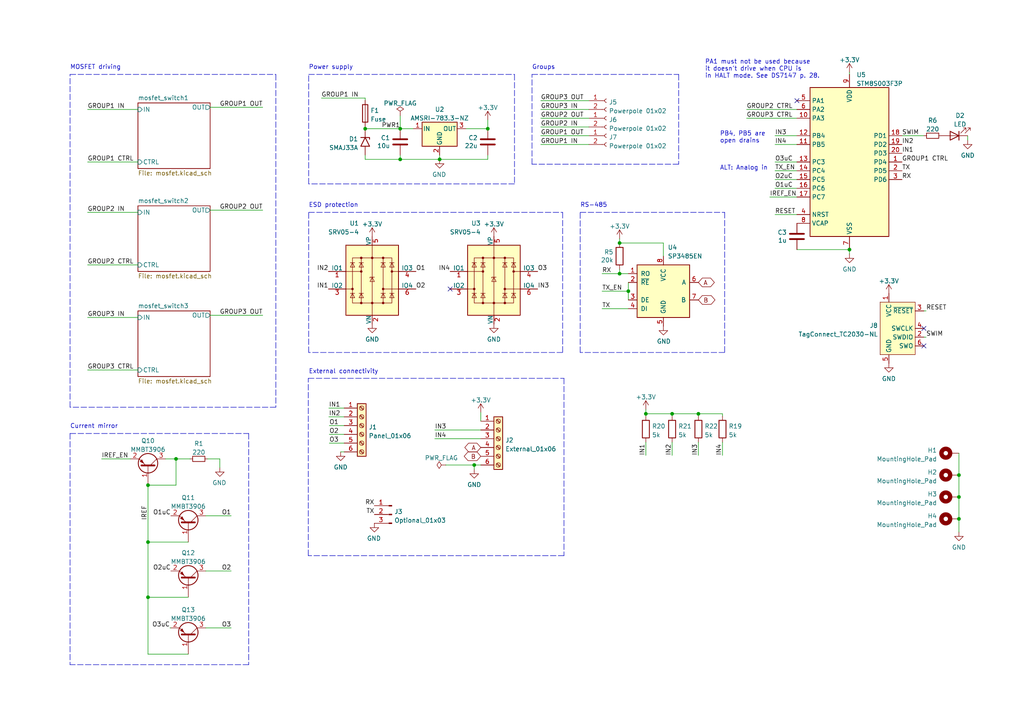
<source format=kicad_sch>
(kicad_sch (version 20211123) (generator eeschema)
  (paper "A4")
  (title_block (title "Virtaboksi") (date "2023-10-12") (rev "0.5"))
  (lib_symbols
    (symbol "Connector:Conn_01x02_Female" (pin_names (offset 1.016) hide)
      (property "Reference" "J" (at 0 2.54 0))
      (property "Value" "Conn_01x02_Female" (at 0 -5.08 0))
      (symbol "Conn_01x02_Female_1_1"
        (arc (start 0 -2.032) (mid -0.508 -2.54) (end 0 -3.048) (stroke (width 0.1524)))
        (polyline (pts (xy -1.27 -2.54) (xy -0.508 -2.54)) (stroke (width 0.1524)))
        (polyline (pts (xy -1.27 0) (xy -0.508 0)) (stroke (width 0.1524)))
        (arc (start 0 0.508) (mid -0.508 0) (end 0 -0.508) (stroke (width 0.1524)))
        (pin passive line (at -5.08 0 0) (length 3.81) (name "Pin_1") (number "1"))
        (pin passive line (at -5.08 -2.54 0) (length 3.81) (name "Pin_2") (number "2"))
      )
    )
    (symbol "Connector:Conn_01x03_Male" (pin_names (offset 1.016) hide)
      (property "Reference" "J" (at 0 5.08 0))
      (property "Value" "Conn_01x03_Male" (at 0 -5.08 0))
      (symbol "Conn_01x03_Male_1_1"
        (polyline (pts (xy 1.27 -2.54) (xy 0.8636 -2.54)) (stroke (width 0.1524)))
        (polyline (pts (xy 1.27 0) (xy 0.8636 0)) (stroke (width 0.1524)))
        (polyline (pts (xy 1.27 2.54) (xy 0.8636 2.54)) (stroke (width 0.1524)))
        (rectangle (start 0.8636 -2.413) (end 0 -2.667) (stroke (width 0.1524)) (fill (type outline)))
        (rectangle (start 0.8636 0.127) (end 0 -0.127) (stroke (width 0.1524)) (fill (type outline)))
        (rectangle (start 0.8636 2.667) (end 0 2.413) (stroke (width 0.1524)) (fill (type outline)))
        (pin passive line (at 5.08 2.54 180) (length 3.81) (name "Pin_1") (number "1"))
        (pin passive line (at 5.08 0 180) (length 3.81) (name "Pin_2") (number "2"))
        (pin passive line (at 5.08 -2.54 180) (length 3.81) (name "Pin_3") (number "3"))
      )
    )
    (symbol "Connector:Conn_ARM_SWD_TagConnect_TC2030-NL" (in_bom no)
      (property "Reference" "J7" (at -5.715 0.8347 0))
      (property "Value" "TagConnect_TC2030-NL" (at -5.715 -1.7022 0))
      (symbol "Conn_ARM_SWD_TagConnect_TC2030-NL_0_0"
        (pin power_in line (at -2.54 10.16 270) (length 2.54) (name "VCC") (number "1"))
        (pin bidirectional line (at 7.62 -2.54 180) (length 2.54) (name "SWDIO") (number "2"))
        (pin output line (at 7.62 5.08 180) (length 2.54) (name "~{RESET}") (number "3"))
        (pin output line (at 7.62 0 180) (length 2.54) (name "SWCLK") (number "4"))
        (pin power_in line (at -2.54 -10.16 90) (length 2.54) (name "GND") (number "5"))
        (pin input line (at 7.62 -5.08 180) (length 2.54) (name "SWO") (number "6"))
      )
      (symbol "Conn_ARM_SWD_TagConnect_TC2030-NL_0_1"
        (rectangle (start -5.08 7.62) (end 5.08 -7.62) (fill (type background)))
      )
    )
    (symbol "Connector:Screw_Terminal_01x06" (pin_names (offset 1.016) hide)
      (property "Reference" "J" (at 0 7.62 0))
      (property "Value" "Screw_Terminal_01x06" (at 0 -10.16 0))
      (symbol "Screw_Terminal_01x06_1_1"
        (rectangle (start -1.27 6.35) (end 1.27 -8.89) (stroke (width 0.254)) (fill (type background)))
        (circle (center 0 -7.62) (radius 0.635) (stroke (width 0.1524)))
        (circle (center 0 -5.08) (radius 0.635) (stroke (width 0.1524)))
        (circle (center 0 -2.54) (radius 0.635) (stroke (width 0.1524)))
        (polyline (pts (xy -0.5334 -7.2898) (xy 0.3302 -8.128)) (stroke (width 0.1524)))
        (polyline (pts (xy -0.5334 -4.7498) (xy 0.3302 -5.588)) (stroke (width 0.1524)))
        (polyline (pts (xy -0.5334 -2.2098) (xy 0.3302 -3.048)) (stroke (width 0.1524)))
        (polyline (pts (xy -0.5334 0.3302) (xy 0.3302 -0.508)) (stroke (width 0.1524)))
        (polyline (pts (xy -0.5334 2.8702) (xy 0.3302 2.032)) (stroke (width 0.1524)))
        (polyline (pts (xy -0.5334 5.4102) (xy 0.3302 4.572)) (stroke (width 0.1524)))
        (polyline (pts (xy -0.3556 -7.112) (xy 0.508 -7.9502)) (stroke (width 0.1524)))
        (polyline (pts (xy -0.3556 -4.572) (xy 0.508 -5.4102)) (stroke (width 0.1524)))
        (polyline (pts (xy -0.3556 -2.032) (xy 0.508 -2.8702)) (stroke (width 0.1524)))
        (polyline (pts (xy -0.3556 0.508) (xy 0.508 -0.3302)) (stroke (width 0.1524)))
        (polyline (pts (xy -0.3556 3.048) (xy 0.508 2.2098)) (stroke (width 0.1524)))
        (polyline (pts (xy -0.3556 5.588) (xy 0.508 4.7498)) (stroke (width 0.1524)))
        (circle (center 0 0) (radius 0.635) (stroke (width 0.1524)))
        (circle (center 0 2.54) (radius 0.635) (stroke (width 0.1524)))
        (circle (center 0 5.08) (radius 0.635) (stroke (width 0.1524)))
        (pin passive line (at -5.08 5.08 0) (length 3.81) (name "Pin_1") (number "1"))
        (pin passive line (at -5.08 2.54 0) (length 3.81) (name "Pin_2") (number "2"))
        (pin passive line (at -5.08 0 0) (length 3.81) (name "Pin_3") (number "3"))
        (pin passive line (at -5.08 -2.54 0) (length 3.81) (name "Pin_4") (number "4"))
        (pin passive line (at -5.08 -5.08 0) (length 3.81) (name "Pin_5") (number "5"))
        (pin passive line (at -5.08 -7.62 0) (length 3.81) (name "Pin_6") (number "6"))
      )
    )
    (symbol "Device:C" (pin_numbers hide) (pin_names (offset 0.254))
      (property "Reference" "C" (at 0.635 2.54 0))
      (property "Value" "C" (at 0.635 -2.54 0))
      (symbol "C_0_1"
        (polyline (pts (xy -2.032 -0.762) (xy 2.032 -0.762)) (stroke (width 0.508)))
        (polyline (pts (xy -2.032 0.762) (xy 2.032 0.762)) (stroke (width 0.508)))
      )
      (symbol "C_1_1"
        (pin passive line (at 0 3.81 270) (length 2.794) (name "~") (number "1"))
        (pin passive line (at 0 -3.81 90) (length 2.794) (name "~") (number "2"))
      )
    )
    (symbol "Device:Fuse" (pin_numbers hide) (pin_names (offset 0))
      (property "Reference" "F" (at 2.032 0 90))
      (property "Value" "Fuse" (at -1.905 0 90))
      (symbol "Fuse_0_1"
        (rectangle (start -0.762 -2.54) (end 0.762 2.54) (stroke (width 0.254)))
        (polyline (pts (xy 0 2.54) (xy 0 -2.54)))
      )
      (symbol "Fuse_1_1"
        (pin passive line (at 0 3.81 270) (length 1.27) (name "~") (number "1"))
        (pin passive line (at 0 -3.81 90) (length 1.27) (name "~") (number "2"))
      )
    )
    (symbol "Device:LED" (pin_numbers hide) (pin_names (offset 1.016) hide)
      (property "Reference" "D" (at 0 2.54 0))
      (property "Value" "LED" (at 0 -2.54 0))
      (symbol "LED_0_1"
        (polyline (pts (xy -1.27 -1.27) (xy -1.27 1.27)) (stroke (width 0.254)))
        (polyline (pts (xy -1.27 0) (xy 1.27 0)))
        (polyline (pts (xy 1.27 -1.27) (xy 1.27 1.27) (xy -1.27 0) (xy 1.27 -1.27)) (stroke (width 0.254)))
        (polyline (pts (xy -3.048 -0.762) (xy -4.572 -2.286) (xy -3.81 -2.286) (xy -4.572 -2.286) (xy -4.572 -1.524)))
        (polyline (pts (xy -1.778 -0.762) (xy -3.302 -2.286) (xy -2.54 -2.286) (xy -3.302 -2.286) (xy -3.302 -1.524)))
      )
      (symbol "LED_1_1"
        (pin passive line (at -3.81 0 0) (length 2.54) (name "K") (number "1"))
        (pin passive line (at 3.81 0 180) (length 2.54) (name "A") (number "2"))
      )
    )
    (symbol "Device:R" (pin_numbers hide) (pin_names (offset 0))
      (property "Reference" "R" (at 2.032 0 90))
      (property "Value" "R" (at 0 0 90))
      (symbol "R_0_1"
        (rectangle (start -1.016 -2.54) (end 1.016 2.54) (stroke (width 0.254)))
      )
      (symbol "R_1_1"
        (pin passive line (at 0 3.81 270) (length 1.27) (name "~") (number "1"))
        (pin passive line (at 0 -3.81 90) (length 1.27) (name "~") (number "2"))
      )
    )
    (symbol "Device:R_Small" (pin_numbers hide) (pin_names (offset 0.254) hide)
      (property "Reference" "R" (at 0.762 0.508 0))
      (property "Value" "R_Small" (at 0.762 -1.016 0))
      (symbol "R_Small_0_1"
        (rectangle (start -0.762 1.778) (end 0.762 -1.778) (stroke (width 0.2032)))
      )
      (symbol "R_Small_1_1"
        (pin passive line (at 0 2.54 270) (length 0.762) (name "~") (number "1"))
        (pin passive line (at 0 -2.54 90) (length 0.762) (name "~") (number "2"))
      )
    )
    (symbol "Diode:SMF30A" (pin_numbers hide) (pin_names (offset 1.016) hide)
      (property "Reference" "D" (at 0 2.54 0))
      (property "Value" "SMF30A" (at 0 -2.54 0))
      (symbol "SMF30A_0_1"
        (polyline (pts (xy -0.762 1.27) (xy -1.27 1.27) (xy -1.27 -1.27)) (stroke (width 0.254)))
        (polyline (pts (xy 1.27 1.27) (xy 1.27 -1.27) (xy -1.27 0) (xy 1.27 1.27)) (stroke (width 0.254)))
      )
      (symbol "SMF30A_1_1"
        (pin passive line (at -3.81 0 0) (length 2.54) (name "A1") (number "1"))
        (pin passive line (at 3.81 0 180) (length 2.54) (name "A2") (number "2"))
      )
    )
    (symbol "Interface_UART:SP3485EN" (pin_names (offset 1.016))
      (property "Reference" "U" (at -7.62 8.89 0))
      (property "Value" "SP3485EN" (at 2.54 8.89 0))
      (symbol "SP3485EN_0_1"
        (rectangle (start -7.62 7.62) (end 7.62 -7.62) (stroke (width 0.254)) (fill (type background)))
      )
      (symbol "SP3485EN_1_1"
        (pin output line (at -10.16 5.08 0) (length 2.54) (name "RO") (number "1"))
        (pin input line (at -10.16 2.54 0) (length 2.54) (name "~{RE}") (number "2"))
        (pin input line (at -10.16 -2.54 0) (length 2.54) (name "DE") (number "3"))
        (pin input line (at -10.16 -5.08 0) (length 2.54) (name "DI") (number "4"))
        (pin power_in line (at 0 -10.16 90) (length 2.54) (name "GND") (number "5"))
        (pin bidirectional line (at 10.16 2.54 180) (length 2.54) (name "A") (number "6"))
        (pin bidirectional line (at 10.16 -2.54 180) (length 2.54) (name "B") (number "7"))
        (pin power_in line (at 0 10.16 270) (length 2.54) (name "VCC") (number "8"))
      )
    )
    (symbol "MCU_ST_STM8:STM8S003F3P"
      (property "Reference" "U" (at 1.27 25.4 0))
      (property "Value" "STM8S003F3P" (at 1.27 22.86 0))
      (symbol "STM8S003F3P_0_1"
        (rectangle (start -11.43 21.59) (end 11.43 -21.59) (stroke (width 0.254)) (fill (type background)))
      )
      (symbol "STM8S003F3P_1_1"
        (pin bidirectional line (at 15.24 0 180) (length 3.81) (name "PD4") (number "1"))
        (pin bidirectional line (at -15.24 12.7 0) (length 3.81) (name "PA3") (number "10"))
        (pin bidirectional line (at -15.24 5.08 0) (length 3.81) (name "PB5") (number "11"))
        (pin bidirectional line (at -15.24 7.62 0) (length 3.81) (name "PB4") (number "12"))
        (pin bidirectional line (at -15.24 0 0) (length 3.81) (name "PC3") (number "13"))
        (pin bidirectional line (at -15.24 -2.54 0) (length 3.81) (name "PC4") (number "14"))
        (pin bidirectional line (at -15.24 -5.08 0) (length 3.81) (name "PC5") (number "15"))
        (pin bidirectional line (at -15.24 -7.62 0) (length 3.81) (name "PC6") (number "16"))
        (pin bidirectional line (at -15.24 -10.16 0) (length 3.81) (name "PC7") (number "17"))
        (pin bidirectional line (at 15.24 7.62 180) (length 3.81) (name "PD1") (number "18"))
        (pin bidirectional line (at 15.24 5.08 180) (length 3.81) (name "PD2") (number "19"))
        (pin bidirectional line (at 15.24 -2.54 180) (length 3.81) (name "PD5") (number "2"))
        (pin bidirectional line (at 15.24 2.54 180) (length 3.81) (name "PD3") (number "20"))
        (pin bidirectional line (at 15.24 -5.08 180) (length 3.81) (name "PD6") (number "3"))
        (pin input line (at -15.24 -15.24 0) (length 3.81) (name "NRST") (number "4"))
        (pin bidirectional line (at -15.24 17.78 0) (length 3.81) (name "PA1") (number "5"))
        (pin bidirectional line (at -15.24 15.24 0) (length 3.81) (name "PA2") (number "6"))
        (pin power_in line (at 0 -25.4 90) (length 3.81) (name "VSS") (number "7"))
        (pin passive line (at -15.24 -17.78 0) (length 3.81) (name "VCAP") (number "8"))
        (pin power_in line (at 0 25.4 270) (length 3.81) (name "VDD") (number "9"))
      )
    )
    (symbol "Mechanical:MountingHole_Pad" (pin_numbers hide) (pin_names (offset 1.016) hide)
      (property "Reference" "H" (at 0 6.35 0))
      (property "Value" "MountingHole_Pad" (at 0 4.445 0))
      (symbol "MountingHole_Pad_0_1"
        (circle (center 0 1.27) (radius 1.27) (stroke (width 1.27)))
      )
      (symbol "MountingHole_Pad_1_1"
        (pin input line (at 0 -2.54 90) (length 2.54) (name "1") (number "1"))
      )
    )
    (symbol "Power_Protection:SRV05-4" (pin_names (offset 0))
      (property "Reference" "U" (at -5.08 11.43 0))
      (property "Value" "SRV05-4" (at 2.54 11.43 0))
      (symbol "SRV05-4_0_0"
        (rectangle (start -5.715 6.477) (end 5.715 -6.604))
        (polyline (pts (xy -3.175 -6.604) (xy -3.175 6.477)))
        (polyline (pts (xy 3.175 6.477) (xy 3.175 -6.604)))
      )
      (symbol "SRV05-4_0_1"
        (rectangle (start -7.62 10.16) (end 7.62 -10.16) (stroke (width 0.254)) (fill (type background)))
        (circle (center -5.715 -2.54) (radius 0.2794) (fill (type outline)))
        (circle (center -3.175 -6.604) (radius 0.2794) (fill (type outline)))
        (circle (center -3.175 2.54) (radius 0.2794) (fill (type outline)))
        (circle (center -3.175 6.477) (radius 0.2794) (fill (type outline)))
        (circle (center 0 -6.604) (radius 0.2794) (fill (type outline)))
        (polyline (pts (xy -7.747 2.54) (xy -3.175 2.54)))
        (polyline (pts (xy -7.62 -2.54) (xy -5.715 -2.54)))
        (polyline (pts (xy -5.08 -3.81) (xy -6.35 -3.81)))
        (polyline (pts (xy -5.08 5.08) (xy -6.35 5.08)))
        (polyline (pts (xy -2.54 -3.81) (xy -3.81 -3.81)))
        (polyline (pts (xy -2.54 5.08) (xy -3.81 5.08)))
        (polyline (pts (xy 0 10.16) (xy 0 -10.16)))
        (polyline (pts (xy 3.81 -3.81) (xy 2.54 -3.81)))
        (polyline (pts (xy 3.81 5.08) (xy 2.54 5.08)))
        (polyline (pts (xy 6.35 -3.81) (xy 5.08 -3.81)))
        (polyline (pts (xy 6.35 5.08) (xy 5.08 5.08)))
        (polyline (pts (xy 7.62 -2.54) (xy 3.175 -2.54)))
        (polyline (pts (xy 7.62 2.54) (xy 5.715 2.54)))
        (polyline (pts (xy 0.635 0.889) (xy -0.635 0.889) (xy -0.635 0.635)))
        (polyline (pts (xy -5.08 -5.08) (xy -6.35 -5.08) (xy -5.715 -3.81) (xy -5.08 -5.08)))
        (polyline (pts (xy -5.08 3.81) (xy -6.35 3.81) (xy -5.715 5.08) (xy -5.08 3.81)))
        (polyline (pts (xy -2.54 -5.08) (xy -3.81 -5.08) (xy -3.175 -3.81) (xy -2.54 -5.08)))
        (polyline (pts (xy -2.54 3.81) (xy -3.81 3.81) (xy -3.175 5.08) (xy -2.54 3.81)))
        (polyline (pts (xy 0.635 -0.381) (xy -0.635 -0.381) (xy 0 0.889) (xy 0.635 -0.381)))
        (polyline (pts (xy 3.81 -5.08) (xy 2.54 -5.08) (xy 3.175 -3.81) (xy 3.81 -5.08)))
        (polyline (pts (xy 3.81 3.81) (xy 2.54 3.81) (xy 3.175 5.08) (xy 3.81 3.81)))
        (polyline (pts (xy 6.35 -5.08) (xy 5.08 -5.08) (xy 5.715 -3.81) (xy 6.35 -5.08)))
        (polyline (pts (xy 6.35 3.81) (xy 5.08 3.81) (xy 5.715 5.08) (xy 6.35 3.81)))
        (circle (center 0 6.477) (radius 0.2794) (fill (type outline)))
        (circle (center 3.175 -6.604) (radius 0.2794) (fill (type outline)))
        (circle (center 3.175 -2.54) (radius 0.2794) (fill (type outline)))
        (circle (center 3.175 6.477) (radius 0.2794) (fill (type outline)))
        (circle (center 5.715 2.54) (radius 0.2794) (fill (type outline)))
      )
      (symbol "SRV05-4_1_1"
        (pin passive line (at -12.7 2.54 0) (length 5.08) (name "IO1") (number "1"))
        (pin passive line (at 0 -12.7 90) (length 2.54) (name "VN") (number "2"))
        (pin passive line (at -12.7 -2.54 0) (length 5.08) (name "IO2") (number "3"))
        (pin passive line (at 12.7 2.54 180) (length 5.08) (name "IO3") (number "4"))
        (pin passive line (at 0 12.7 270) (length 2.54) (name "VP") (number "5"))
        (pin passive line (at 12.7 -2.54 180) (length 5.08) (name "IO4") (number "6"))
      )
    )
    (symbol "Regulator_Switching:R-78E3.3-0.5" (pin_names (offset 0.254))
      (property "Reference" "U" (at -3.81 3.175 0))
      (property "Value" "R-78E3.3-0.5" (at 0 3.175 0))
      (symbol "R-78E3.3-0.5_0_1"
        (rectangle (start -5.08 1.905) (end 5.08 -5.08) (stroke (width 0.254)) (fill (type background)))
      )
      (symbol "R-78E3.3-0.5_1_1"
        (pin power_in line (at -7.62 0 0) (length 2.54) (name "IN") (number "1"))
        (pin power_in line (at 0 -7.62 90) (length 2.54) (name "GND") (number "2"))
        (pin power_out line (at 7.62 0 180) (length 2.54) (name "OUT") (number "3"))
      )
    )
    (symbol "Transistor_BJT:MMBT3906" (pin_names (offset 0) hide)
      (property "Reference" "Q" (at 5.08 1.905 0))
      (property "Value" "MMBT3906" (at 5.08 0 0))
      (symbol "MMBT3906_0_1"
        (polyline (pts (xy 0.635 0.635) (xy 2.54 2.54)))
        (polyline (pts (xy 0.635 -0.635) (xy 2.54 -2.54) (xy 2.54 -2.54)))
        (polyline (pts (xy 0.635 1.905) (xy 0.635 -1.905) (xy 0.635 -1.905)) (stroke (width 0.508)))
        (polyline (pts (xy 2.286 -1.778) (xy 1.778 -2.286) (xy 1.27 -1.27) (xy 2.286 -1.778) (xy 2.286 -1.778)) (fill (type outline)))
        (circle (center 1.27 0) (radius 2.8194) (stroke (width 0.254)))
      )
      (symbol "MMBT3906_1_1"
        (pin input line (at -5.08 0 0) (length 5.715) (name "B") (number "1"))
        (pin passive line (at 2.54 -5.08 90) (length 2.54) (name "E") (number "2"))
        (pin passive line (at 2.54 5.08 270) (length 2.54) (name "C") (number "3"))
      )
    )
    (symbol "power:+3.3V" (power) (pin_names (offset 0))
      (property "Value" "+3.3V" (at 0 3.556 0))
      (symbol "+3.3V_0_1"
        (polyline (pts (xy -0.762 1.27) (xy 0 2.54)))
        (polyline (pts (xy 0 0) (xy 0 2.54)))
        (polyline (pts (xy 0 2.54) (xy 0.762 1.27)))
      )
      (symbol "+3.3V_1_1"
        (pin power_in line (at 0 0 90) (length 0) hide (name "+3.3V") (number "1"))
      )
    )
    (symbol "power:GND" (power) (pin_names (offset 0))
      (property "Value" "GND" (at 0 -3.81 0))
      (symbol "GND_0_1"
        (polyline (pts (xy 0 0) (xy 0 -1.27) (xy 1.27 -1.27) (xy 0 -2.54) (xy -1.27 -1.27) (xy 0 -1.27)))
      )
      (symbol "GND_1_1"
        (pin power_in line (at 0 0 270) (length 0) hide (name "GND") (number "1"))
      )
    )
    (symbol "power:PWR_FLAG" (power) (pin_numbers hide) (pin_names (offset 0) hide)
      (property "Value" "PWR_FLAG" (at 0 3.81 0))
      (symbol "PWR_FLAG_0_0"
        (pin power_out line (at 0 0 90) (length 0) (name "pwr") (number "1"))
      )
      (symbol "PWR_FLAG_0_1"
        (polyline (pts (xy 0 0) (xy 0 1.27) (xy -1.016 1.905) (xy 0 2.54) (xy 1.016 1.905) (xy 0 1.27)))
      )
    )
  )
  (junction (at 182.245 84.455))
  (junction (at 179.705 70.485))
  (junction (at 246.38 72.39))
  (junction (at 179.705 79.375))
  (junction (at 194.945 120.015))
  (junction (at 116.078 46.228))
  (junction (at 42.926 157.226))
  (junction (at 51.054 133.096))
  (junction (at 278.13 150.495))
  (junction (at 105.918 37.338))
  (junction (at 42.926 173.228))
  (junction (at 202.565 120.015))
  (junction (at 278.13 144.145))
  (junction (at 187.325 120.015))
  (junction (at 141.478 37.338))
  (junction (at 42.926 140.716))
  (junction (at 137.541 134.874))
  (junction (at 127.508 46.228))
  (junction (at 278.13 137.795))
  (junction (at 116.078 37.338))
  (no_connect (at 231.14 29.21))
  (no_connect (at 130.556 83.82))
  (no_connect (at 267.97 95.25))
  (no_connect (at 267.97 100.33))
  (wire (pts (xy 156.845 39.37) (xy 170.815 39.37)))
  (wire (pts (xy 105.918 44.958) (xy 105.918 46.228)))
  (wire (pts (xy 60.96 60.96) (xy 76.2 60.96)))
  (wire (pts (xy 179.705 69.215) (xy 179.705 70.485)))
  (wire (pts (xy 116.078 46.228) (xy 127.508 46.228)))
  (wire (pts (xy 25.4 61.595) (xy 40.005 61.595)))
  (wire (pts (xy 267.97 39.37) (xy 261.62 39.37)))
  (polyline (pts (xy 80.01 21.59) (xy 80.01 118.11)))
  (polyline (pts (xy 89.408 161.163) (xy 89.408 109.728)))
  (wire (pts (xy 224.79 49.53) (xy 231.14 49.53)))
  (wire (pts (xy 54.61 157.226) (xy 42.926 157.226)))
  (wire (pts (xy 187.325 118.745) (xy 187.325 120.015)))
  (polyline (pts (xy 149.225 21.59) (xy 149.225 53.34)))
  (wire (pts (xy 98.806 131.064) (xy 99.822 131.064)))
  (wire (pts (xy 156.845 29.21) (xy 170.815 29.21)))
  (polyline (pts (xy 210.185 61.595) (xy 210.185 102.235)))
  (wire (pts (xy 187.325 120.015) (xy 187.325 120.65)))
  (wire (pts (xy 223.266 57.15) (xy 231.14 57.15)))
  (wire (pts (xy 137.541 134.874) (xy 139.446 134.874)))
  (wire (pts (xy 63.754 133.096) (xy 60.198 133.096)))
  (wire (pts (xy 156.845 31.75) (xy 170.815 31.75)))
  (wire (pts (xy 194.945 120.015) (xy 194.945 120.65)))
  (wire (pts (xy 156.845 34.29) (xy 170.815 34.29)))
  (wire (pts (xy 156.845 41.91) (xy 170.815 41.91)))
  (wire (pts (xy 95.377 118.364) (xy 99.822 118.364)))
  (wire (pts (xy 25.4 92.075) (xy 40.005 92.075)))
  (wire (pts (xy 187.325 132.08) (xy 187.325 128.27)))
  (wire (pts (xy 63.754 135.636) (xy 63.754 133.096)))
  (wire (pts (xy 105.918 36.703) (xy 105.918 37.338)))
  (wire (pts (xy 51.054 140.716) (xy 51.054 133.096)))
  (wire (pts (xy 127.508 46.228) (xy 141.478 46.228)))
  (wire (pts (xy 182.245 84.455) (xy 182.245 81.915)))
  (polyline (pts (xy 168.275 102.235) (xy 168.275 61.595)))
  (wire (pts (xy 49.53 182.118) (xy 49.276 182.118)))
  (wire (pts (xy 60.96 91.44) (xy 76.2 91.44)))
  (polyline (pts (xy 196.85 47.625) (xy 154.305 47.625)))
  (wire (pts (xy 25.4 107.315) (xy 40.005 107.315)))
  (wire (pts (xy 129.286 134.874) (xy 137.541 134.874)))
  (wire (pts (xy 42.926 140.716) (xy 42.926 157.226)))
  (polyline (pts (xy 163.576 109.728) (xy 163.576 161.163)))
  (wire (pts (xy 278.13 131.445) (xy 278.13 137.795)))
  (wire (pts (xy 179.705 78.105) (xy 179.705 79.375)))
  (wire (pts (xy 268.605 97.79) (xy 267.97 97.79)))
  (polyline (pts (xy 163.195 102.235) (xy 89.535 102.235)))
  (wire (pts (xy 182.245 84.455) (xy 182.245 86.995)))
  (polyline (pts (xy 196.85 21.59) (xy 196.85 47.625)))
  (wire (pts (xy 224.79 62.23) (xy 231.14 62.23)))
  (wire (pts (xy 48.006 133.096) (xy 51.054 133.096)))
  (wire (pts (xy 141.478 34.798) (xy 141.478 37.338)))
  (wire (pts (xy 209.55 120.015) (xy 209.55 120.65)))
  (wire (pts (xy 37.846 133.096) (xy 29.464 133.096)))
  (wire (pts (xy 54.61 189.738) (xy 42.926 189.738)))
  (polyline (pts (xy 149.225 53.34) (xy 89.535 53.34)))
  (wire (pts (xy 54.61 173.228) (xy 42.926 173.228)))
  (wire (pts (xy 60.96 31.115) (xy 76.2 31.115)))
  (polyline (pts (xy 154.305 47.625) (xy 154.305 21.59)))
  (wire (pts (xy 139.446 119.634) (xy 139.446 122.174)))
  (wire (pts (xy 278.13 137.795) (xy 278.13 144.145)))
  (wire (pts (xy 59.69 165.608) (xy 67.056 165.608)))
  (wire (pts (xy 25.4 46.99) (xy 40.005 46.99)))
  (wire (pts (xy 95.504 123.444) (xy 99.822 123.444)))
  (wire (pts (xy 42.926 140.716) (xy 51.054 140.716)))
  (wire (pts (xy 119.888 37.338) (xy 116.078 37.338)))
  (wire (pts (xy 216.535 34.29) (xy 231.14 34.29)))
  (wire (pts (xy 179.705 70.485) (xy 192.405 70.485)))
  (wire (pts (xy 105.918 46.228) (xy 116.078 46.228)))
  (wire (pts (xy 126.111 124.714) (xy 139.446 124.714)))
  (wire (pts (xy 174.625 89.535) (xy 182.245 89.535)))
  (wire (pts (xy 280.67 40.64) (xy 280.67 39.37)))
  (wire (pts (xy 246.38 73.66) (xy 246.38 72.39)))
  (wire (pts (xy 202.565 120.015) (xy 202.565 120.65)))
  (polyline (pts (xy 163.576 161.163) (xy 89.408 161.163)))
  (wire (pts (xy 156.845 36.83) (xy 170.815 36.83)))
  (wire (pts (xy 224.79 41.91) (xy 231.14 41.91)))
  (wire (pts (xy 116.078 37.338) (xy 105.918 37.338)))
  (wire (pts (xy 127.508 44.958) (xy 127.508 46.228)))
  (wire (pts (xy 209.55 132.08) (xy 209.55 128.27)))
  (wire (pts (xy 216.535 31.75) (xy 231.14 31.75)))
  (wire (pts (xy 116.078 33.528) (xy 116.078 37.338)))
  (wire (pts (xy 224.79 54.61) (xy 231.14 54.61)))
  (wire (pts (xy 174.625 84.455) (xy 182.245 84.455)))
  (polyline (pts (xy 163.195 61.595) (xy 163.195 102.235)))
  (wire (pts (xy 268.605 90.17) (xy 267.97 90.17)))
  (polyline (pts (xy 20.32 21.59) (xy 80.01 21.59)))
  (wire (pts (xy 135.128 37.338) (xy 141.478 37.338)))
  (wire (pts (xy 202.565 120.015) (xy 194.945 120.015)))
  (polyline (pts (xy 210.185 102.235) (xy 168.275 102.235)))
  (wire (pts (xy 95.504 125.984) (xy 99.822 125.984)))
  (wire (pts (xy 194.945 132.08) (xy 194.945 128.27)))
  (wire (pts (xy 278.13 150.495) (xy 278.13 154.305)))
  (wire (pts (xy 42.926 157.226) (xy 42.926 173.228)))
  (wire (pts (xy 231.14 72.39) (xy 246.38 72.39)))
  (wire (pts (xy 224.79 46.99) (xy 231.14 46.99)))
  (wire (pts (xy 59.69 149.606) (xy 67.056 149.606)))
  (polyline (pts (xy 89.535 102.235) (xy 89.535 61.595)))
  (polyline (pts (xy 154.305 21.59) (xy 196.85 21.59)))
  (polyline (pts (xy 20.32 125.73) (xy 20.32 192.786)))
  (polyline (pts (xy 20.32 118.11) (xy 20.32 21.59)))
  (polyline (pts (xy 168.275 61.595) (xy 210.185 61.595)))
  (polyline (pts (xy 72.136 125.73) (xy 72.136 192.786)))
  (wire (pts (xy 116.078 44.958) (xy 116.078 46.228)))
  (polyline (pts (xy 89.408 109.728) (xy 163.576 109.728)))
  (wire (pts (xy 137.541 136.144) (xy 137.541 134.874)))
  (wire (pts (xy 126.111 127.254) (xy 139.446 127.254)))
  (wire (pts (xy 95.377 120.904) (xy 99.822 120.904)))
  (wire (pts (xy 25.4 31.75) (xy 40.005 31.75)))
  (wire (pts (xy 95.504 128.524) (xy 99.822 128.524)))
  (wire (pts (xy 202.565 132.08) (xy 202.565 128.27)))
  (wire (pts (xy 224.79 52.07) (xy 231.14 52.07)))
  (polyline (pts (xy 72.136 192.786) (xy 20.32 192.786)))
  (wire (pts (xy 174.625 79.375) (xy 179.705 79.375)))
  (polyline (pts (xy 89.535 53.34) (xy 89.535 21.59)))
  (wire (pts (xy 209.55 120.015) (xy 202.565 120.015)))
  (wire (pts (xy 141.478 46.228) (xy 141.478 44.958)))
  (polyline (pts (xy 89.535 21.59) (xy 149.225 21.59)))
  (wire (pts (xy 246.38 21.59) (xy 246.38 20.955)))
  (polyline (pts (xy 20.32 125.73) (xy 72.136 125.73)))
  (wire (pts (xy 179.705 79.375) (xy 182.245 79.375)))
  (wire (pts (xy 25.4 76.835) (xy 40.005 76.835)))
  (wire (pts (xy 105.918 29.083) (xy 105.918 28.448)))
  (wire (pts (xy 194.945 120.015) (xy 187.325 120.015)))
  (wire (pts (xy 51.054 133.096) (xy 55.118 133.096)))
  (wire (pts (xy 93.218 28.448) (xy 105.918 28.448)))
  (wire (pts (xy 59.69 182.118) (xy 67.056 182.118)))
  (wire (pts (xy 192.405 70.485) (xy 192.405 74.295)))
  (wire (pts (xy 42.926 173.228) (xy 42.926 189.738)))
  (wire (pts (xy 224.79 39.37) (xy 231.14 39.37)))
  (polyline (pts (xy 80.01 118.11) (xy 20.32 118.11)))
  (wire (pts (xy 278.13 144.145) (xy 278.13 150.495)))
  (polyline (pts (xy 89.535 61.595) (xy 163.195 61.595)))
  (text "PA1 must not be used because\nit doesn't drive when CPU is \nin HALT mode. See DS7147 p. 28." (at 204.47 22.86 0) (effects (font (size 1.27 1.27)) (justify left bottom)))
  (text "ALT: Analog in" (at 208.788 49.53 0) (effects (font (size 1.27 1.27)) (justify left bottom)))
  (text "PB4, PB5 are\nopen drains" (at 208.788 41.656 0) (effects (font (size 1.27 1.27)) (justify left bottom)))
  (text "Current mirror" (at 20.32 124.46 0) (effects (font (size 1.27 1.27)) (justify left bottom)))
  (text "Groups" (at 154.305 20.32 0) (effects (font (size 1.27 1.27)) (justify left bottom)))
  (text "RS-485" (at 168.275 60.325 0) (effects (font (size 1.27 1.27)) (justify left bottom)))
  (text "External connectivity" (at 89.535 108.585 0) (effects (font (size 1.27 1.27)) (justify left bottom)))
  (text "Power supply" (at 89.535 20.32 0) (effects (font (size 1.27 1.27)) (justify left bottom)))
  (text "MOSFET driving" (at 20.32 20.32 0) (effects (font (size 1.27 1.27)) (justify left bottom)))
  (text "ESD protection" (at 89.535 60.325 0) (effects (font (size 1.27 1.27)) (justify left bottom)))
  (label "GROUP2 OUT" (at 156.845 34.29 0))
  (label "O1uC" (at 224.79 54.61 0))
  (label "IN2" (at 194.945 132.08 90))
  (label "O2" (at 67.056 165.608 180))
  (label "O3" (at 67.056 182.118 180))
  (label "RX" (at 108.585 146.685 180))
  (label "IN1" (at 95.377 118.364 0))
  (label "IN2" (at 261.62 41.91 0))
  (label "O2uC" (at 49.53 165.608 180))
  (label "SWIM" (at 261.62 39.37 0))
  (label "GROUP1 OUT" (at 156.845 39.37 0))
  (label "IN1" (at 95.25 83.82 180))
  (label "IN3" (at 202.565 132.08 90))
  (label "O1" (at 67.056 149.606 180))
  (label "GROUP1 CTRL" (at 261.62 46.99 0))
  (label "RESET" (at 268.605 90.17 0))
  (label "GROUP3 CTRL" (at 25.4 107.315 0))
  (label "GROUP3 IN" (at 25.4 92.075 0))
  (label "GROUP2 IN" (at 156.845 36.83 0))
  (label "TX_EN" (at 224.79 49.53 0))
  (label "GROUP2 IN" (at 25.4 61.595 0))
  (label "IREF" (at 42.926 146.558 270))
  (label "GROUP1 IN" (at 156.845 41.91 0))
  (label "GROUP1 CTRL" (at 25.4 46.99 0))
  (label "IN1" (at 261.62 44.45 0))
  (label "GROUP2 OUT" (at 76.2 60.96 180))
  (label "GROUP1 IN" (at 93.218 28.448 0))
  (label "IREF_EN" (at 29.464 133.096 0))
  (label "RX" (at 261.62 52.07 0))
  (label "TX" (at 261.62 49.53 0))
  (label "GROUP2 CTRL" (at 25.4 76.835 0))
  (label "IN2" (at 95.377 120.904 0))
  (label "GROUP3 CTRL" (at 216.535 34.29 0))
  (label "IN4" (at 126.111 127.254 0))
  (label "SWIM" (at 268.605 97.79 0))
  (label "O3uC" (at 49.276 182.118 180))
  (label "IN4" (at 224.79 41.91 0))
  (label "O3uC" (at 224.79 46.99 0))
  (label "O2" (at 120.65 83.82 0))
  (label "IN4" (at 130.556 78.74 180))
  (label "IN4" (at 209.55 132.08 90))
  (label "O1" (at 120.65 78.74 0))
  (label "RX" (at 174.625 79.375 0))
  (label "GROUP3 OUT" (at 156.845 29.21 0))
  (label "GROUP2 CTRL" (at 216.535 31.75 0))
  (label "IN1" (at 187.325 132.08 90))
  (label "PWR1" (at 116.078 37.338 180))
  (label "IN3" (at 224.79 39.37 0))
  (label "O3" (at 95.504 128.524 0))
  (label "O2uC" (at 224.79 52.07 0))
  (label "TX" (at 174.625 89.535 0))
  (label "GROUP3 IN" (at 156.845 31.75 0))
  (label "O1" (at 95.504 123.444 0))
  (label "TX_EN" (at 174.625 84.455 0))
  (label "O1uC" (at 49.53 149.606 180))
  (label "GROUP1 IN" (at 25.4 31.75 0))
  (label "IN3" (at 155.956 83.82 0))
  (label "IN3" (at 126.111 124.714 0))
  (label "IN2" (at 95.25 78.74 180))
  (label "IREF_EN" (at 223.266 57.15 0))
  (label "O2" (at 95.504 125.984 0))
  (label "TX" (at 108.585 149.225 180))
  (label "O3" (at 155.956 78.74 0))
  (label "GROUP1 OUT" (at 76.2 31.115 180))
  (label "GROUP3 OUT" (at 76.2 91.44 180))
  (label "RESET" (at 224.79 62.23 0))
  (global_label "A" (shape bidirectional) (at 139.446 129.794 180) (property "Intersheet References" "${INTERSHEET_REFS}" (effects hide)))
  (global_label "B" (shape tri_state) (at 202.565 86.995 0) (property "Intersheet References" "${INTERSHEET_REFS}" (effects hide)))
  (global_label "A" (shape tri_state) (at 202.565 81.915 0) (property "Intersheet References" "${INTERSHEET_REFS}" (effects hide)))
  (global_label "B" (shape bidirectional) (at 139.446 132.334 180) (property "Intersheet References" "${INTERSHEET_REFS}" (effects hide)))
  (symbol (lib_id "power:GND") (at 280.67 40.64 0) (unit 1)
    (property "Reference" "#PWR019" (effects hide))
    (property "Value" "GND" (at 280.67 45.0834 0))
  )
  (symbol (lib_id "Connector:Screw_Terminal_01x06") (at 144.526 127.254 0) (unit 1)
    (property "Reference" "J2" (at 146.558 127.6893 0) (effects (justify left)))
    (property "Value" "External_01x06" (at 146.558 130.2262 0) (effects (justify left)))
    (property "Footprint" "Connector_Phoenix_MC:PhoenixContact_MCV_1,5_6-G-3.5_1x06_P3.50mm_Vertical" (effects hide))
  )
  (symbol (lib_id "power:GND") (at 107.95 93.98 0) (unit 1)
    (property "Reference" "#PWR03" (effects hide))
    (property "Value" "GND" (at 107.95 98.4234 0))
  )
  (symbol (lib_id "power:GND") (at 108.585 151.765 0) (mirror y) (unit 1)
    (property "Reference" "#PWR04" (effects hide))
    (property "Value" "GND" (at 108.458 156.1592 0))
  )
  (symbol (lib_id "power:GND") (at 257.81 105.41 0) (unit 1)
    (property "Reference" "#PWR017" (effects hide))
    (property "Value" "GND" (at 257.81 109.8534 0))
  )
  (symbol (lib_id "Power_Protection:SRV05-4") (at 107.95 81.28 0) (unit 1)
    (property "Reference" "U1" (at 104.14 64.77 0) (effects (justify right)))
    (property "Value" "SRV05-4" (at 104.14 67.31 0) (effects (justify right)))
    (property "Footprint" "Package_TO_SOT_SMD:SOT-23-6" (effects hide))
    (property "Datasheet" "http://www.onsemi.com/pub/Collateral/SRV05-4-D.PDF" (effects hide))
    (property "LCSC" "C85364" (effects hide))
  )
  (symbol (lib_id "power:+3.3V") (at 257.81 85.09 0) (unit 1)
    (property "Reference" "#PWR016" (effects hide))
    (property "Value" "+3.3V" (at 257.81 81.5142 0))
  )
  (symbol (lib_id "Mechanical:MountingHole_Pad") (at 275.59 144.145 90) (unit 1)
    (property "Reference" "H3" (at 271.78 143.3103 90) (effects (justify left)))
    (property "Value" "MountingHole_Pad" (at 271.78 145.8472 90) (effects (justify left)))
    (property "Footprint" "MountingHole:MountingHole_3.2mm_M3_Pad_Via" (effects hide))
  )
  (symbol (lib_id "Device:R") (at 179.705 74.295 0) (unit 1)
    (property "Reference" "R5" (at 177.927 73.1266 0) (effects (justify right)))
    (property "Value" "20k" (at 177.927 75.438 0) (effects (justify right)))
    (property "Footprint" "Resistor_SMD:R_0603_1608Metric" (effects hide))
    (property "LCSC" "C4184" (effects hide))
  )
  (symbol (lib_id "power:+3.3V") (at 187.325 118.745 0) (unit 1)
    (property "Reference" "#PWR023" (effects hide))
    (property "Value" "+3.3V" (at 187.325 115.1692 0))
  )
  (symbol (lib_id "Connector:Conn_01x02_Female") (at 175.895 34.29 0) (unit 1)
    (property "Reference" "J6" (at 176.6062 34.7253 0) (effects (justify left)))
    (property "Value" "Powerpole 01x02" (at 176.6062 37.2622 0) (effects (justify left)))
    (property "Footprint" "Powerpole:45A-VERT-PAIR" (effects hide))
  )
  (symbol (lib_id "Transistor_BJT:MMBT3906") (at 54.61 168.148 270) (mirror x) (unit 1)
    (property "Reference" "Q12" (at 54.61 160.3588 90))
    (property "Value" "MMBT3906" (at 54.61 162.8957 90))
    (property "Footprint" "Package_TO_SOT_SMD:SOT-23" (effects hide))
    (property "Datasheet" "https://www.onsemi.com/pub/Collateral/2N3906-D.PDF" (effects hide))
    (property "LCSC" "C7420354" (effects hide))
  )
  (symbol (lib_id "Connector:Conn_01x02_Female") (at 175.895 39.37 0) (unit 1)
    (property "Reference" "J7" (at 176.6062 39.8053 0) (effects (justify left)))
    (property "Value" "Powerpole 01x02" (at 176.6062 42.3422 0) (effects (justify left)))
    (property "Footprint" "Powerpole:45A-VERT-PAIR" (effects hide))
  )
  (symbol (lib_id "Mechanical:MountingHole_Pad") (at 275.59 150.495 90) (unit 1)
    (property "Reference" "H4" (at 271.78 149.6603 90) (effects (justify left)))
    (property "Value" "MountingHole_Pad" (at 271.78 152.1972 90) (effects (justify left)))
    (property "Footprint" "MountingHole:MountingHole_3.2mm_M3_Pad_Via" (effects hide))
  )
  (symbol (lib_id "power:+3.3V") (at 107.95 68.58 0) (unit 1)
    (property "Reference" "#PWR02" (effects hide))
    (property "Value" "+3.3V" (at 107.95 65.0042 0))
  )
  (symbol (lib_id "Connector:Conn_01x03_Male") (at 113.665 149.225 0) (mirror y) (unit 1)
    (property "Reference" "J3" (at 114.3762 148.3903 0) (effects (justify right)))
    (property "Value" "Optional_01x03" (at 114.3762 150.9272 0) (effects (justify right)))
    (property "Footprint" "Connector_PinHeader_2.54mm:PinHeader_1x03_P2.54mm_Vertical" (effects hide))
  )
  (symbol (lib_id "power:+3.3V") (at 139.446 119.634 0) (unit 1)
    (property "Reference" "#PWR05" (effects hide))
    (property "Value" "+3.3V" (at 139.446 116.0582 0))
  )
  (symbol (lib_id "power:GND") (at 278.13 154.305 0) (unit 1)
    (property "Reference" "#PWR018" (effects hide))
    (property "Value" "GND" (at 278.13 158.7484 0))
  )
  (symbol (lib_id "MCU_ST_STM8:STM8S003F3P") (at 246.38 46.99 0) (unit 1)
    (property "Reference" "U5" (at 248.3994 21.7002 0) (effects (justify left)))
    (property "Value" "STM8S003F3P" (at 248.3994 24.2371 0) (effects (justify left)))
    (property "Footprint" "Package_SO:TSSOP-20_4.4x6.5mm_P0.65mm" (effects hide))
    (property "Datasheet" "http://www.st.com/st-web-ui/static/active/en/resource/technical/document/datasheet/DM00024550.pdf" (effects hide))
    (property "LCSC" "C52717" (effects hide))
  )
  (symbol (lib_id "Device:R_Small") (at 270.51 39.37 270) (unit 1)
    (property "Reference" "R6" (at 270.51 34.9336 90))
    (property "Value" "220" (at 270.51 37.4705 90))
    (property "Footprint" "Resistor_SMD:R_0603_1608Metric" (effects hide))
    (property "LCSC" "C22962" (effects hide))
  )
  (symbol (lib_id "Interface_UART:SP3485EN") (at 192.405 84.455 0) (unit 1)
    (property "Reference" "U4" (at 193.675 71.755 0) (effects (justify left)))
    (property "Value" "SP3485EN" (at 193.675 74.295 0) (effects (justify left)))
    (property "Footprint" "Package_SO:SOIC-8_3.9x4.9mm_P1.27mm" (effects hide))
    (property "Datasheet" "http://www.icbase.com/pdf/SPX/SPX00480106.pdf" (effects hide))
    (property "LCSC" "C8963" (effects hide))
  )
  (symbol (lib_id "Transistor_BJT:MMBT3906") (at 42.926 135.636 270) (mirror x) (unit 1)
    (property "Reference" "Q10" (at 42.926 127.8468 90))
    (property "Value" "MMBT3906" (at 42.926 130.3837 90))
    (property "Footprint" "Package_TO_SOT_SMD:SOT-23" (effects hide))
    (property "Datasheet" "https://www.onsemi.com/pub/Collateral/2N3906-D.PDF" (effects hide))
    (property "LCSC" "C7420354" (effects hide))
  )
  (symbol (lib_id "Connector:Conn_01x02_Female") (at 175.895 29.21 0) (unit 1)
    (property "Reference" "J5" (at 176.6062 29.6453 0) (effects (justify left)))
    (property "Value" "Powerpole 01x02" (at 176.6062 32.1822 0) (effects (justify left)))
    (property "Footprint" "Powerpole:45A-VERT-PAIR" (effects hide))
  )
  (symbol (lib_id "power:GND") (at 98.806 131.064 0) (unit 1)
    (property "Reference" "#PWR0102" (effects hide))
    (property "Value" "GND" (at 98.806 135.5074 0))
  )
  (symbol (lib_id "power:PWR_FLAG") (at 129.286 134.874 90) (unit 1)
    (property "Reference" "#FLG01" (effects hide))
    (property "Value" "PWR_FLAG" (at 128.016 132.8222 90))
  )
  (symbol (lib_id "Power_Protection:SRV05-4") (at 143.256 81.28 0) (unit 1)
    (property "Reference" "U3" (at 139.446 64.77 0) (effects (justify right)))
    (property "Value" "SRV05-4" (at 139.446 67.31 0) (effects (justify right)))
    (property "Footprint" "Package_TO_SOT_SMD:SOT-23-6" (effects hide))
    (property "Datasheet" "http://www.onsemi.com/pub/Collateral/SRV05-4-D.PDF" (effects hide))
    (property "LCSC" "C85364" (effects hide))
  )
  (symbol (lib_id "Device:LED") (at 276.86 39.37 180) (unit 1)
    (property "Reference" "D2" (at 278.4475 33.5112 0))
    (property "Value" "LED" (at 278.4475 36.0481 0))
    (property "Footprint" "LED_SMD:LED_0805_2012Metric" (effects hide))
    (property "LCSC" "C2297" (effects hide))
  )
  (symbol (lib_id "power:GND") (at 63.754 135.636 0) (mirror y) (unit 1)
    (property "Reference" "#PWR0101" (effects hide))
    (property "Value" "GND" (at 63.627 140.0302 0))
  )
  (symbol (lib_id "power:GND") (at 192.405 94.615 0) (unit 1)
    (property "Reference" "#PWR013" (effects hide))
    (property "Value" "GND" (at 192.532 99.0092 0))
  )
  (symbol (lib_id "Regulator_Switching:R-78E3.3-0.5") (at 127.508 37.338 0) (unit 1)
    (property "Reference" "U2" (at 127.508 31.7332 0))
    (property "Value" "AMSRI-783.3-NZ" (at 127.508 34.2701 0))
    (property "Footprint" "Converter_DCDC:Converter_DCDC_RECOM_R-78E-0.5_THT" (effects hide))
    (property "Datasheet" "https://www.tme.eu/Document/91d93922945efd34e9aca2eab6562bd4/AMSRI-78-NZ.pdf" (effects hide))
  )
  (symbol (lib_id "Device:R") (at 194.945 124.46 0) (unit 1)
    (property "Reference" "R21" (at 196.723 123.6253 0) (effects (justify left)))
    (property "Value" "5k" (at 196.723 126.1622 0) (effects (justify left)))
    (property "Footprint" "Resistor_SMD:R_0603_1608Metric" (effects hide))
    (property "LCSC" "C23162" (effects hide))
  )
  (symbol (lib_id "power:+3.3V") (at 246.38 20.955 0) (unit 1)
    (property "Reference" "#PWR014" (effects hide))
    (property "Value" "+3.3V" (at 246.38 17.3792 0))
  )
  (symbol (lib_id "Connector:Conn_ARM_SWD_TagConnect_TC2030-NL") (at 260.35 95.25 0) (unit 1)
    (property "Reference" "J8" (at 254.635 94.4153 0) (effects (justify right)))
    (property "Value" "TagConnect_TC2030-NL" (at 254.635 96.9522 0) (effects (justify right)))
    (property "Footprint" "Connector:Tag-Connect_TC2030-IDC-NL_2x03_P1.27mm_Vertical" (effects hide))
    (property "Datasheet" "https://www.tag-connect.com/wp-content/uploads/bsk-pdf-manager/TC2030-CTX_1.pdf" (effects hide))
  )
  (symbol (lib_id "power:+3.3V") (at 143.256 68.58 0) (unit 1)
    (property "Reference" "#PWR08" (effects hide))
    (property "Value" "+3.3V" (at 143.256 65.0042 0))
  )
  (symbol (lib_id "Connector:Screw_Terminal_01x06") (at 104.902 123.444 0) (unit 1)
    (property "Reference" "J1" (at 106.934 123.8793 0) (effects (justify left)))
    (property "Value" "Panel_01x06" (at 106.934 126.4162 0) (effects (justify left)))
    (property "Footprint" "Connector_Phoenix_MC:PhoenixContact_MCV_1,5_6-G-3.5_1x06_P3.50mm_Vertical" (effects hide))
  )
  (symbol (lib_id "Device:Fuse") (at 105.918 32.893 0) (unit 1)
    (property "Reference" "F1" (at 107.442 32.0583 0) (effects (justify left)))
    (property "Value" "Fuse" (at 107.442 34.5952 0) (effects (justify left)))
    (property "Footprint" "Own parts:Fuse-kindof_1x02_P3.6mm_D0.4mm_OD1mm" (effects hide))
  )
  (symbol (lib_id "power:GND") (at 137.541 136.144 0) (unit 1)
    (property "Reference" "#PWR01" (effects hide))
    (property "Value" "GND" (at 137.541 140.5874 0))
  )
  (symbol (lib_id "Device:R_Small") (at 57.658 133.096 90) (unit 1)
    (property "Reference" "R1" (at 57.658 128.6596 90))
    (property "Value" "220" (at 57.658 131.1965 90))
    (property "Footprint" "Resistor_SMD:R_0603_1608Metric" (effects hide))
    (property "LCSC" "C22962" (effects hide))
  )
  (symbol (lib_id "power:GND") (at 143.256 93.98 0) (unit 1)
    (property "Reference" "#PWR09" (effects hide))
    (property "Value" "GND" (at 143.256 98.4234 0))
  )
  (symbol (lib_id "Device:R") (at 209.55 124.46 0) (unit 1)
    (property "Reference" "R19" (at 211.328 123.6253 0) (effects (justify left)))
    (property "Value" "5k" (at 211.328 126.1622 0) (effects (justify left)))
    (property "Footprint" "Resistor_SMD:R_0603_1608Metric" (effects hide))
    (property "LCSC" "C23162" (effects hide))
  )
  (symbol (lib_id "Mechanical:MountingHole_Pad") (at 275.59 137.795 90) (unit 1)
    (property "Reference" "H2" (at 271.78 136.9603 90) (effects (justify left)))
    (property "Value" "MountingHole_Pad" (at 271.78 139.4972 90) (effects (justify left)))
    (property "Footprint" "MountingHole:MountingHole_3.2mm_M3_Pad_Via" (effects hide))
  )
  (symbol (lib_id "Diode:SMF30A") (at 105.918 41.148 270) (unit 1)
    (property "Reference" "D1" (at 103.886 40.3133 90) (effects (justify right)))
    (property "Value" "SMAJ33A" (at 103.886 42.8502 90) (effects (justify right)))
    (property "Footprint" "Diode_SMD:D_SMA_Handsoldering" (effects hide))
    (property "Datasheet" "https://datasheet.lcsc.com/lcsc/2304140030_Shandong-Jingdao-Microelectronics-SMAJ33A_C353454.pdf" (effects hide))
    (property "LCSC" "C353454" (effects hide))
  )
  (symbol (lib_id "Device:R") (at 187.325 124.46 0) (unit 1)
    (property "Reference" "R20" (at 189.103 123.6253 0) (effects (justify left)))
    (property "Value" "5k" (at 189.103 126.1622 0) (effects (justify left)))
    (property "Footprint" "Resistor_SMD:R_0603_1608Metric" (effects hide))
    (property "LCSC" "C23162" (effects hide))
  )
  (symbol (lib_id "power:+3.3V") (at 179.705 69.215 0) (unit 1)
    (property "Reference" "#PWR012" (effects hide))
    (property "Value" "+3.3V" (at 179.705 65.6392 0))
  )
  (symbol (lib_id "power:+3.3V") (at 141.478 34.798 0) (unit 1)
    (property "Reference" "#PWR07" (effects hide))
    (property "Value" "+3.3V" (at 141.478 31.2222 0))
  )
  (symbol (lib_id "Transistor_BJT:MMBT3906") (at 54.61 152.146 270) (mirror x) (unit 1)
    (property "Reference" "Q11" (at 54.61 144.3568 90))
    (property "Value" "MMBT3906" (at 54.61 146.8937 90))
    (property "Footprint" "Package_TO_SOT_SMD:SOT-23" (effects hide))
    (property "Datasheet" "https://www.onsemi.com/pub/Collateral/2N3906-D.PDF" (effects hide))
    (property "LCSC" "C7420354" (effects hide))
  )
  (symbol (lib_id "Transistor_BJT:MMBT3906") (at 54.61 184.658 270) (mirror x) (unit 1)
    (property "Reference" "Q13" (at 54.61 176.8688 90))
    (property "Value" "MMBT3906" (at 54.61 179.4057 90))
    (property "Footprint" "Package_TO_SOT_SMD:SOT-23" (effects hide))
    (property "Datasheet" "https://www.onsemi.com/pub/Collateral/2N3906-D.PDF" (effects hide))
    (property "LCSC" "C7420354" (effects hide))
  )
  (symbol (lib_id "Device:C") (at 116.078 41.148 0) (mirror y) (unit 1)
    (property "Reference" "C1" (at 113.157 39.9796 0) (effects (justify left)))
    (property "Value" "10u" (at 113.157 42.291 0) (effects (justify left)))
    (property "Footprint" "Capacitor_SMD:C_1206_3216Metric" (effects hide))
    (property "LCSC" "C13585" (effects hide))
  )
  (symbol (lib_id "Device:C") (at 231.14 68.58 0) (mirror y) (unit 1)
    (property "Reference" "C3" (at 228.219 67.4116 0) (effects (justify left)))
    (property "Value" "1u" (at 228.219 69.723 0) (effects (justify left)))
    (property "Footprint" "Capacitor_SMD:C_0603_1608Metric" (effects hide))
    (property "LCSC" "C15849" (effects hide))
  )
  (symbol (lib_id "Device:C") (at 141.478 41.148 0) (mirror y) (unit 1)
    (property "Reference" "C2" (at 138.557 39.9796 0) (effects (justify left)))
    (property "Value" "22u" (at 138.557 42.291 0) (effects (justify left)))
    (property "Footprint" "Capacitor_SMD:C_0603_1608Metric" (effects hide))
    (property "LCSC" "C59461" (effects hide))
  )
  (symbol (lib_id "Mechanical:MountingHole_Pad") (at 275.59 131.445 90) (unit 1)
    (property "Reference" "H1" (at 271.78 130.6103 90) (effects (justify left)))
    (property "Value" "MountingHole_Pad" (at 271.78 133.1472 90) (effects (justify left)))
    (property "Footprint" "MountingHole:MountingHole_3.2mm_M3_Pad_Via" (effects hide))
  )
  (symbol (lib_id "Device:R") (at 202.565 124.46 0) (unit 1)
    (property "Reference" "R22" (at 204.343 123.6253 0) (effects (justify left)))
    (property "Value" "5k" (at 204.343 126.1622 0) (effects (justify left)))
    (property "Footprint" "Resistor_SMD:R_0603_1608Metric" (effects hide))
    (property "LCSC" "C23162" (effects hide))
  )
  (symbol (lib_id "power:GND") (at 246.38 73.66 0) (unit 1)
    (property "Reference" "#PWR015" (effects hide))
    (property "Value" "GND" (at 246.38 78.1034 0))
  )
  (symbol (lib_id "power:GND") (at 127.508 46.228 0) (mirror y) (unit 1)
    (property "Reference" "#PWR06" (effects hide))
    (property "Value" "GND" (at 127.381 50.6222 0))
  )
  (symbol (lib_id "power:PWR_FLAG") (at 116.078 33.528 0) (mirror y) (unit 1)
    (property "Reference" "#FLG02" (effects hide))
    (property "Value" "PWR_FLAG" (at 116.078 29.9522 0))
  )
  (sheet (at 40.005 29.845) (size 20.955 19.05) (stroke (width 0.1524))
    (property "Sheet name" "mosfet_switch1" (at 40.005 29.1334 0) (effects (justify left bottom)))
    (property "Sheet file" "mosfet.kicad_sch" (at 40.005 49.4796 0) (effects (justify left top)))
    (pin "CTRL" input (at 40.005 46.99 180))
    (pin "IN" input (at 40.005 31.75 180))
    (pin "OUT" output (at 60.96 31.115 0))
  )
  (sheet (at 40.005 59.69) (size 20.955 19.05) (stroke (width 0.1524))
    (property "Sheet name" "mosfet_switch2" (at 40.005 58.9784 0) (effects (justify left bottom)))
    (property "Sheet file" "mosfet.kicad_sch" (at 40.005 79.3246 0) (effects (justify left top)))
    (pin "CTRL" input (at 40.005 76.835 180))
    (pin "IN" input (at 40.005 61.595 180))
    (pin "OUT" output (at 60.96 60.96 0))
  )
  (sheet (at 40.005 90.17) (size 20.955 19.05) (stroke (width 0.1524))
    (property "Sheet name" "mosfet_switch3" (at 40.005 89.4584 0) (effects (justify left bottom)))
    (property "Sheet file" "mosfet.kicad_sch" (at 40.005 109.8046 0) (effects (justify left top)))
    (pin "CTRL" input (at 40.005 107.315 180))
    (pin "IN" input (at 40.005 92.075 180))
    (pin "OUT" output (at 60.96 91.44 0))
  )
)
</source>
